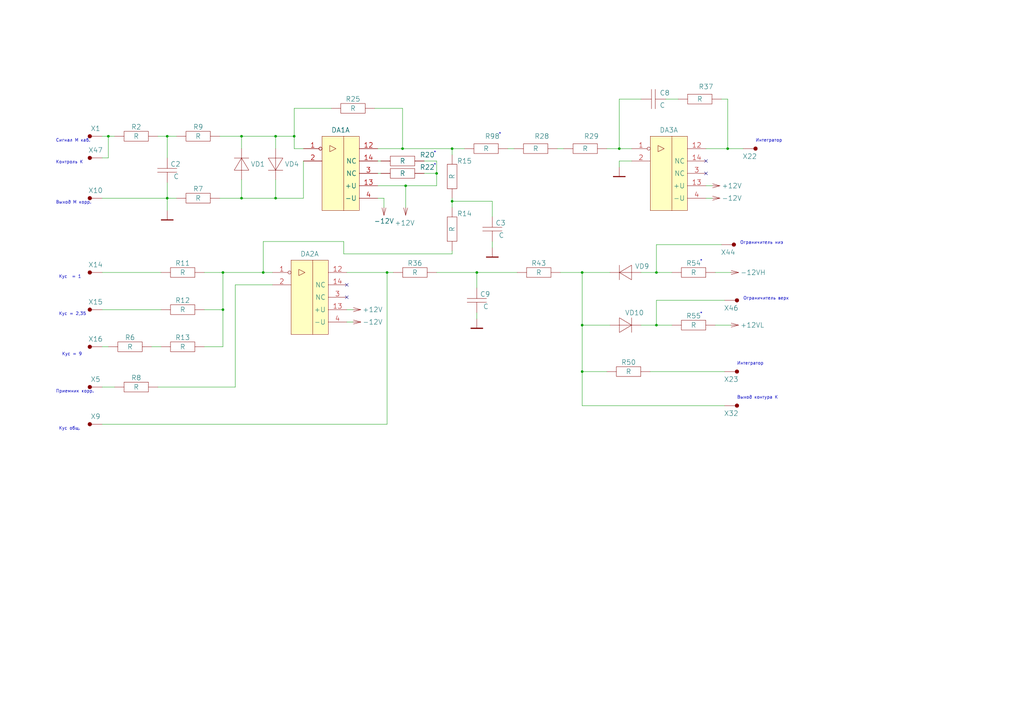
<source format=kicad_sch>
(kicad_sch (version 20231120) (generator "eeschema") (generator_version "8.0")
  (paper "A3")
  (title_block (title "ЭП-528 серия 2\\n\\nСхема электрическая принципиальная") (company "ОАО Казанский завод\\n\"Электроприбор\"") (comment 1 "6Ю2.039.003 Э3") (comment 2 "Хисамов") (comment 3 "Забегаев") (comment 4 "Шайхуллин"))
  (lib_symbols
    (symbol "Connector_Generic_GOST:CON" (pin_numbers hide) (pin_names (offset 0) hide)
      (property "Reference" "X" (at -6.35 2.54 0))
      (property "PIN" "NAME" (at -7.62 0 0))
      (symbol "CON_0_1"
        (circle (center -5.08 0) (radius 0.762) (fill (type outline)))
      )
      (symbol "CON_1_1"
        (pin passive line (at 0 0 180) (length 5.08) (name "~") (number "1"))
      )
    )
    (symbol "Device_GOST:C" (pin_numbers hide) (pin_names (offset 0) hide)
      (property "Reference" "C" (at 0.635 2.54 0))
      (property "Value" "Device_GOST_C" (at 0.635 -3.175 0))
      (symbol "C_0_1"
        (polyline (pts (xy -3.9878 -0.762) (xy 3.9878 -0.762)))
        (polyline (pts (xy -3.9878 0.762) (xy 3.9878 0.762)))
      )
      (symbol "C_1_1"
        (pin passive line (at 0 5.08 270) (length 4.318) (name "~") (number "1"))
        (pin passive line (at 0 -5.08 90) (length 4.318) (name "~") (number "2"))
      )
    )
    (symbol "Device_GOST:R" (pin_numbers hide) (pin_names (offset 0) hide)
      (property "Reference" "R" (at 0 3.81 0))
      (property "Value" "Device_GOST_R" (at 0 0 0))
      (symbol "R_0_1"
        (rectangle (start -5.0038 2.0066) (end 5.0038 -2.0066))
      )
      (symbol "R_1_1"
        (pin passive line (at -8.89 0 0) (length 3.8862) (name "~") (number "1"))
        (pin passive line (at 8.89 0 180) (length 3.8862) (name "~") (number "2"))
      )
    )
    (symbol "Device_GOST:VD" (pin_numbers hide) (pin_names (offset 0) hide)
      (property "Reference" "VD" (at 0 5.08 0))
      (symbol "VD_0_1"
        (polyline (pts (xy -2.54 0) (xy 2.54 0)))
        (polyline (pts (xy -2.4892 2.9972) (xy -2.4892 -2.9972)))
        (polyline (pts (xy -2.4892 0) (xy 2.4892 2.9972) (xy 2.4892 -2.9972) (xy -2.4892 0)))
      )
      (symbol "VD_1_1"
        (pin passive line (at -6.35 0 0) (length 3.81) (name "K") (number "1"))
        (pin passive line (at 6.35 0 180) (length 3.81) (name "A") (number "2"))
      )
    )
    (symbol "K8_Amplifier_Operational_GOST:140УД20" (pin_names (offset 1.016))
      (property "Reference" "DA" (at 15.24 7.62 0))
      (symbol "140УД20_0_1"
        (polyline (pts (xy 16.51 5.08) (xy 16.51 -25.4)))
        (polyline (pts (xy 10.795 1.27) (xy 10.795 -1.27) (xy 13.335 0) (xy 10.795 1.27)))
        (rectangle (start 22.86 5.08) (end 7.62 -25.4) (fill (type background)))
        (pin power_in line (at 30.48 -20.32 180) (length 7.62) (name "-U") (number "4"))
      )
      (symbol "140УД20_1_1"
        (pin input inverted (at 0 0 0) (length 7.62) (name "~") (number "1"))
        (pin output line (at 30.48 0 180) (length 7.62) (name "~") (number "12"))
        (pin power_in line (at 30.48 -15.24 180) (length 7.62) (name "+U") (number "13"))
        (pin input line (at 30.48 -5.08 180) (length 7.62) (name "NC") (number "14"))
        (pin input line (at 0 -5.08 0) (length 7.62) (name "~") (number "2"))
        (pin input line (at 30.48 -10.16 180) (length 7.62) (name "NC") (number "3"))
      )
      (symbol "140УД20_2_1"
        (pin output line (at 30.48 0 180) (length 7.62) (name "~") (number "10"))
        (pin input line (at 30.48 -10.16 180) (length 7.62) (name "NC") (number "5"))
        (pin input line (at 0 -5.08 0) (length 7.62) (name "~") (number "6"))
        (pin input inverted (at 0 0 0) (length 7.62) (name "~") (number "7"))
        (pin input line (at 30.48 -5.08 180) (length 7.62) (name "NC") (number "8"))
        (pin power_in line (at 30.48 -15.24 180) (length 7.62) (name "+U") (number "9"))
      )
    )
    (symbol "power_GOST:+12V" (power) (pin_numbers hide) (pin_names (offset 0) hide)
      (property "Value" "power_GOST_+12V" (at 0 5.08 0))
      (symbol "+12V_0_1"
        (polyline (pts (xy 0 3.175) (xy -0.8128 0.1778)))
        (polyline (pts (xy 0 3.175) (xy 0 0)))
        (polyline (pts (xy 0.8128 0.1778) (xy 0 3.175)))
      )
      (symbol "+12V_1_1"
        (pin power_in line (at 0 0 90) (length 0) hide (name "+12V") (number "1"))
      )
    )
    (symbol "power_GOST:+12VL" (power) (pin_numbers hide) (pin_names (offset 0) hide)
      (property "Value" "power_GOST_+12VL" (at 0 5.08 0))
      (symbol "+12VL_0_1"
        (polyline (pts (xy 0 3.175) (xy -0.8128 0.1778)))
        (polyline (pts (xy 0 3.175) (xy 0 0)))
        (polyline (pts (xy 0.8128 0.1778) (xy 0 3.175)))
      )
      (symbol "+12VL_1_1"
        (pin power_in line (at 0 0 90) (length 0) hide (name "+12VL") (number "1"))
      )
    )
    (symbol "power_GOST:-12V" (power) (pin_numbers hide) (pin_names (offset 0) hide)
      (property "Value" "power_GOST_-12V" (at 0 -5.08 0))
      (symbol "-12V_0_1"
        (polyline (pts (xy -0.8128 -0.1778) (xy 0 -3.175)))
        (polyline (pts (xy 0 -3.175) (xy 0 0)))
        (polyline (pts (xy 0 -3.175) (xy 0.8128 -0.1778)))
      )
      (symbol "-12V_1_1"
        (pin power_in line (at 0 0 270) (length 0) hide (name "-12V") (number "1"))
      )
    )
    (symbol "power_GOST:-12VH" (power) (pin_numbers hide) (pin_names (offset 0) hide)
      (property "Value" "power_GOST_-12VH" (at 0 -5.08 0))
      (symbol "-12VH_0_1"
        (polyline (pts (xy -0.8128 -0.1778) (xy 0 -3.175)))
        (polyline (pts (xy 0 -3.175) (xy 0 0)))
        (polyline (pts (xy 0 -3.175) (xy 0.8128 -0.1778)))
      )
      (symbol "-12VH_1_1"
        (pin power_in line (at 0 0 270) (length 0) hide (name "-12VH") (number "1"))
      )
    )
    (symbol "power_GOST:GND" (power) (pin_numbers hide) (pin_names (offset 0) hide)
      (symbol "GND_0_1"
        (rectangle (start -2.4892 -3.683) (end 2.4892 -3.9878) (fill (type outline)))
        (polyline (pts (xy 0 0) (xy 0 -3.81)))
      )
      (symbol "GND_1_1"
        (pin power_in line (at 0 0 270) (length 0) hide (name "GND") (number "1"))
      )
    )
  )
  (junction (at 107.95 111.76))
  (junction (at 185.42 60.96))
  (junction (at 238.76 133.35))
  (junction (at 120.65 55.88))
  (junction (at 68.58 81.28))
  (junction (at 185.42 82.55))
  (junction (at 238.76 111.76))
  (junction (at 99.06 55.88))
  (junction (at 269.24 111.76))
  (junction (at 113.03 81.28))
  (junction (at 238.76 152.4))
  (junction (at 44.45 55.88))
  (junction (at 179.07 71.12))
  (junction (at 254 60.96))
  (junction (at 99.06 81.28))
  (junction (at 195.58 111.76))
  (junction (at 91.44 127))
  (junction (at 68.58 55.88))
  (junction (at 166.37 76.2))
  (junction (at 158.75 111.76))
  (junction (at 91.44 111.76))
  (junction (at 298.45 60.96))
  (junction (at 165.1 60.96))
  (junction (at 113.03 55.88))
  (junction (at 269.24 133.35))
  (no_connect (at 289.56 71.12))
  (no_connect (at 289.56 66.04))
  (no_connect (at 142.24 116.84))
  (no_connect (at 142.24 121.92))
  (wire (pts (xy 297.18 166.37) (xy 238.76 166.37)))
  (wire (pts (xy 99.06 60.96) (xy 99.06 55.88)))
  (wire (pts (xy 185.42 102.87) (xy 185.42 104.14)))
  (wire (pts (xy 68.58 55.88) (xy 72.39 55.88)))
  (wire (pts (xy 68.58 64.77) (xy 68.58 55.88)))
  (wire (pts (xy 208.28 60.96) (xy 210.82 60.96)))
  (wire (pts (xy 113.03 55.88) (xy 120.65 55.88)))
  (wire (pts (xy 179.07 66.04) (xy 179.07 71.12)))
  (wire (pts (xy 166.37 76.2) (xy 179.07 76.2)))
  (wire (pts (xy 68.58 74.93) (xy 68.58 81.28)))
  (wire (pts (xy 190.5 60.96) (xy 185.42 60.96)))
  (wire (pts (xy 96.52 116.84) (xy 111.76 116.84)))
  (wire (pts (xy 68.58 86.36) (xy 68.58 81.28)))
  (wire (pts (xy 289.56 76.2) (xy 292.1 76.2)))
  (wire (pts (xy 41.91 142.24) (xy 44.45 142.24)))
  (wire (pts (xy 83.82 111.76) (xy 91.44 111.76)))
  (wire (pts (xy 185.42 81.28) (xy 185.42 82.55)))
  (wire (pts (xy 166.37 76.2) (xy 166.37 85.09)))
  (wire (pts (xy 41.91 111.76) (xy 66.04 111.76)))
  (wire (pts (xy 99.06 81.28) (xy 113.03 81.28)))
  (wire (pts (xy 41.91 127) (xy 66.04 127)))
  (wire (pts (xy 195.58 111.76) (xy 179.07 111.76)))
  (wire (pts (xy 124.46 81.28) (xy 124.46 66.04)))
  (wire (pts (xy 238.76 133.35) (xy 238.76 111.76)))
  (wire (pts (xy 185.42 60.96) (xy 185.42 63.5)))
  (wire (pts (xy 154.94 81.28) (xy 157.48 81.28)))
  (wire (pts (xy 293.37 133.35) (xy 299.72 133.35)))
  (wire (pts (xy 91.44 111.76) (xy 91.44 127)))
  (wire (pts (xy 156.21 71.12) (xy 154.94 71.12)))
  (wire (pts (xy 173.99 66.04) (xy 179.07 66.04)))
  (wire (pts (xy 142.24 111.76) (xy 158.75 111.76)))
  (wire (pts (xy 154.94 76.2) (xy 166.37 76.2)))
  (wire (pts (xy 90.17 81.28) (xy 99.06 81.28)))
  (wire (pts (xy 262.89 111.76) (xy 269.24 111.76)))
  (wire (pts (xy 254 66.04) (xy 259.08 66.04)))
  (wire (pts (xy 96.52 158.75) (xy 96.52 116.84)))
  (wire (pts (xy 269.24 111.76) (xy 275.59 111.76)))
  (wire (pts (xy 91.44 111.76) (xy 107.95 111.76)))
  (wire (pts (xy 201.93 101.6) (xy 201.93 99.06)))
  (wire (pts (xy 195.58 130.81) (xy 195.58 128.27)))
  (wire (pts (xy 64.77 55.88) (xy 68.58 55.88)))
  (wire (pts (xy 120.65 55.88) (xy 120.65 60.96)))
  (wire (pts (xy 113.03 73.66) (xy 113.03 81.28)))
  (wire (pts (xy 298.45 60.96) (xy 289.56 60.96)))
  (wire (pts (xy 269.24 100.33) (xy 269.24 111.76)))
  (wire (pts (xy 165.1 44.45) (xy 153.67 44.45)))
  (wire (pts (xy 254 40.64) (xy 254 60.96)))
  (wire (pts (xy 161.29 111.76) (xy 158.75 111.76)))
  (wire (pts (xy 238.76 166.37) (xy 238.76 152.4)))
  (wire (pts (xy 140.97 104.14) (xy 140.97 99.06)))
  (wire (pts (xy 262.89 133.35) (xy 269.24 133.35)))
  (wire (pts (xy 238.76 152.4) (xy 238.76 133.35)))
  (wire (pts (xy 154.94 66.04) (xy 156.21 66.04)))
  (wire (pts (xy 228.6 60.96) (xy 231.14 60.96)))
  (wire (pts (xy 91.44 142.24) (xy 83.82 142.24)))
  (wire (pts (xy 269.24 133.35) (xy 275.59 133.35)))
  (wire (pts (xy 165.1 60.96) (xy 165.1 44.45)))
  (wire (pts (xy 269.24 123.19) (xy 269.24 133.35)))
  (wire (pts (xy 41.91 158.75) (xy 46.99 158.75)))
  (wire (pts (xy 201.93 82.55) (xy 185.42 82.55)))
  (wire (pts (xy 41.91 81.28) (xy 68.58 81.28)))
  (wire (pts (xy 254 60.96) (xy 259.08 60.96)))
  (wire (pts (xy 44.45 64.77) (xy 44.45 55.88)))
  (wire (pts (xy 99.06 55.88) (xy 113.03 55.88)))
  (wire (pts (xy 142.24 127) (xy 144.78 127)))
  (wire (pts (xy 179.07 71.12) (xy 173.99 71.12)))
  (wire (pts (xy 195.58 118.11) (xy 195.58 111.76)))
  (wire (pts (xy 62.23 142.24) (xy 66.04 142.24)))
  (wire (pts (xy 113.03 81.28) (xy 124.46 81.28)))
  (wire (pts (xy 298.45 40.64) (xy 298.45 60.96)))
  (wire (pts (xy 91.44 127) (xy 91.44 142.24)))
  (wire (pts (xy 229.87 111.76) (xy 238.76 111.76)))
  (wire (pts (xy 157.48 81.28) (xy 157.48 85.09)))
  (wire (pts (xy 269.24 100.33) (xy 295.91 100.33)))
  (wire (pts (xy 201.93 88.9) (xy 201.93 82.55)))
  (wire (pts (xy 195.58 111.76) (xy 212.09 111.76)))
  (wire (pts (xy 68.58 81.28) (xy 72.39 81.28)))
  (wire (pts (xy 142.24 132.08) (xy 144.78 132.08)))
  (wire (pts (xy 262.89 40.64) (xy 254 40.64)))
  (wire (pts (xy 90.17 55.88) (xy 99.06 55.88)))
  (wire (pts (xy 179.07 76.2) (xy 179.07 71.12)))
  (wire (pts (xy 298.45 60.96) (xy 304.8 60.96)))
  (wire (pts (xy 250.19 133.35) (xy 238.76 133.35)))
  (wire (pts (xy 254 60.96) (xy 248.92 60.96)))
  (wire (pts (xy 99.06 73.66) (xy 99.06 81.28)))
  (wire (pts (xy 248.92 152.4) (xy 238.76 152.4)))
  (wire (pts (xy 254 68.58) (xy 254 66.04)))
  (wire (pts (xy 185.42 104.14) (xy 140.97 104.14)))
  (wire (pts (xy 185.42 82.55) (xy 185.42 85.09)))
  (wire (pts (xy 165.1 60.96) (xy 185.42 60.96)))
  (wire (pts (xy 266.7 152.4) (xy 297.18 152.4)))
  (wire (pts (xy 41.91 55.88) (xy 44.45 55.88)))
  (wire (pts (xy 140.97 99.06) (xy 107.95 99.06)))
  (wire (pts (xy 135.89 44.45) (xy 120.65 44.45)))
  (wire (pts (xy 120.65 44.45) (xy 120.65 55.88)))
  (wire (pts (xy 158.75 173.99) (xy 158.75 111.76)))
  (wire (pts (xy 289.56 81.28) (xy 292.1 81.28)))
  (wire (pts (xy 83.82 127) (xy 91.44 127)))
  (wire (pts (xy 295.91 40.64) (xy 298.45 40.64)))
  (wire (pts (xy 44.45 55.88) (xy 46.99 55.88)))
  (wire (pts (xy 107.95 99.06) (xy 107.95 111.76)))
  (wire (pts (xy 297.18 123.19) (xy 269.24 123.19)))
  (wire (pts (xy 107.95 111.76) (xy 111.76 111.76)))
  (wire (pts (xy 41.91 64.77) (xy 44.45 64.77)))
  (wire (pts (xy 64.77 158.75) (xy 96.52 158.75)))
  (wire (pts (xy 293.37 111.76) (xy 299.72 111.76)))
  (wire (pts (xy 273.05 40.64) (xy 278.13 40.64)))
  (wire (pts (xy 41.91 173.99) (xy 158.75 173.99)))
  (wire (pts (xy 238.76 111.76) (xy 250.19 111.76)))
  (wire (pts (xy 113.03 60.96) (xy 113.03 55.88)))
  (wire (pts (xy 120.65 60.96) (xy 124.46 60.96)))
  (wire (pts (xy 154.94 60.96) (xy 165.1 60.96)))
  (text "Интегратор" (at 309.88 58.42 0) (effects (font (size 1.27 1.27)) (justify left bottom)))
  (text "*" (at 287.02 129.54 0) (effects (font (size 1.27 1.27)) (justify left bottom)))
  (text "Приемник корр." (at 22.86 161.29 0) (effects (font (size 1.27 1.27)) (justify left bottom)))
  (text "Кус = 9" (at 25.4 146.05 0) (effects (font (size 1.27 1.27)) (justify left bottom)))
  (text "Кус = 2,35" (at 24.13 129.54 0) (effects (font (size 1.27 1.27)) (justify left bottom)))
  (text "Сигнал М каб." (at 22.86 58.42 0) (effects (font (size 1.27 1.27)) (justify left bottom)))
  (text "*" (at 204.47 55.88 0) (effects (font (size 1.27 1.27)) (justify left bottom)))
  (text "Ограничитель верх" (at 304.8 123.19 0) (effects (font (size 1.27 1.27)) (justify left bottom)))
  (text "Ограничитель низ" (at 303.53 100.33 0) (effects (font (size 1.27 1.27)) (justify left bottom)))
  (text "*" (at 287.02 107.95 0) (effects (font (size 1.27 1.27)) (justify left bottom)))
  (text "Интегратор" (at 302.26 149.86 0) (effects (font (size 1.27 1.27)) (justify left bottom)))
  (text "Кус  = 1" (at 24.13 114.3 0) (effects (font (size 1.27 1.27)) (justify left bottom)))
  (text "Выход М корр." (at 22.86 83.82 0) (effects (font (size 1.27 1.27)) (justify left bottom)))
  (text "Выход контура К" (at 302.26 163.83 0) (effects (font (size 1.27 1.27)) (justify left bottom)))
  (text "*" (at 177.8 68.58 0) (effects (font (size 1.27 1.27)) (justify left bottom)))
  (text "Контроль К" (at 22.86 67.31 0) (effects (font (size 1.27 1.27)) (justify left bottom)))
  (text "*" (at 177.8 63.5 0) (effects (font (size 1.27 1.27)) (justify left bottom)))
  (text "Кус общ." (at 24.13 176.53 0) (effects (font (size 1.27 1.27)) (justify left bottom)))
  (symbol (lib_id "power_GOST:GND") (at 68.58 86.36 0) (unit 1)
    (property "Reference" "#PWR?" (effects (hide yes)))
    (property "Value" "GND" (effects (hide yes)))
  )
  (symbol (lib_id "power_GOST:GND") (at 201.93 101.6 0) (unit 1)
    (property "Reference" "#PWR?" (effects (hide yes)))
    (property "Value" "GND" (effects (hide yes)))
  )
  (symbol (lib_id "Device_GOST:R") (at 199.39 60.96 0) (unit 1)
    (property "Reference" "R98" (at 201.93 55.88 0) (effects (font (size 2.0066 2.0066))))
    (property "Value" "R" (at 199.39 60.96 0) (effects (font (size 2.0066 2.0066))))
  )
  (symbol (lib_id "Device_GOST:R") (at 219.71 60.96 0) (unit 1)
    (property "Reference" "R28" (at 222.25 55.88 0) (effects (font (size 2.0066 2.0066))))
    (property "Value" "R" (at 219.71 60.96 0) (effects (font (size 2.0066 2.0066))))
  )
  (symbol (lib_id "Device_GOST:R") (at 240.03 60.96 0) (unit 1)
    (property "Reference" "R29" (at 242.57 55.88 0) (effects (font (size 2.0066 2.0066))))
    (property "Value" "R" (at 240.03 60.96 0) (effects (font (size 2.0066 2.0066))))
  )
  (symbol (lib_id "power_GOST:GND") (at 254 68.58 0) (unit 1)
    (property "Reference" "#PWR?" (effects (hide yes)))
    (property "Value" "GND" (effects (hide yes)))
  )
  (symbol (lib_id "Connector_Generic_GOST:CON") (at 304.8 60.96 180) (unit 1)
    (property "Reference" "X22" (at 307.5178 64.135 0) (effects (font (size 2.0066 2.0066))))
    (property "Value" "CON" (effects (hide yes)))
    (property "PIN" "NAME" (effects (hide yes)))
  )
  (symbol (lib_id "Device_GOST:R") (at 170.18 111.76 0) (unit 1)
    (property "Reference" "R36" (at 170.18 107.95 0) (effects (font (size 2.0066 2.0066))))
    (property "Value" "R" (at 170.18 111.76 0) (effects (font (size 2.0066 2.0066))))
  )
  (symbol (lib_id "Device_GOST:C") (at 195.58 123.19 0) (unit 1)
    (property "Reference" "C9" (at 196.85 120.65 0) (effects (font (size 2.0066 2.0066)) (justify left)))
    (property "Value" "C" (at 198.12 125.73 0) (effects (font (size 2.0066 2.0066)) (justify left)))
  )
  (symbol (lib_id "power_GOST:GND") (at 195.58 130.81 0) (unit 1)
    (property "Reference" "#PWR?" (effects (hide yes)))
    (property "Value" "GND" (effects (hide yes)))
  )
  (symbol (lib_id "Device_GOST:VD") (at 256.54 133.35 180) (unit 1)
    (property "Reference" "VD10" (at 264.16 128.27 0) (effects (font (size 2.0066 2.0066)) (justify left)))
    (property "Value" "VD" (effects (hide yes)))
  )
  (symbol (lib_id "Device_GOST:VD") (at 256.54 111.76 0) (unit 1)
    (property "Reference" "VD9" (at 260.35 109.22 0) (effects (font (size 2.0066 2.0066)) (justify left)))
    (property "Value" "VD" (effects (hide yes)))
  )
  (symbol (lib_id "Device_GOST:R") (at 220.98 111.76 0) (unit 1)
    (property "Reference" "R43" (at 220.98 107.95 0) (effects (font (size 2.0066 2.0066))))
    (property "Value" "R" (at 220.98 111.76 0) (effects (font (size 2.0066 2.0066))))
  )
  (symbol (lib_id "Device_GOST:R") (at 284.48 111.76 0) (unit 1)
    (property "Reference" "R54" (at 284.48 107.95 0) (effects (font (size 2.0066 2.0066))))
    (property "Value" "R" (at 284.48 111.76 0) (effects (font (size 2.0066 2.0066))))
  )
  (symbol (lib_id "Device_GOST:R") (at 284.48 133.35 0) (unit 1)
    (property "Reference" "R55" (at 284.48 129.54 0) (effects (font (size 2.0066 2.0066))))
    (property "Value" "R" (at 284.48 133.35 0) (effects (font (size 2.0066 2.0066))))
  )
  (symbol (lib_id "Device_GOST:R") (at 257.81 152.4 0) (unit 1)
    (property "Reference" "R50" (at 257.81 148.59 0) (effects (font (size 2.0066 2.0066))))
    (property "Value" "R" (at 257.81 152.4 0) (effects (font (size 2.0066 2.0066))))
  )
  (symbol (lib_id "Device_GOST:C") (at 267.97 40.64 270) (unit 1)
    (property "Reference" "C8" (at 270.51 38.1 90) (effects (font (size 2.0066 2.0066)) (justify left)))
    (property "Value" "C" (at 270.51 43.18 90) (effects (font (size 2.0066 2.0066)) (justify left)))
  )
  (symbol (lib_id "Device_GOST:R") (at 287.02 40.64 0) (unit 1)
    (property "Reference" "R37" (at 289.56 35.56 0) (effects (font (size 2.0066 2.0066))))
    (property "Value" "R" (at 287.02 40.64 0) (effects (font (size 2.0066 2.0066))))
  )
  (symbol (lib_id "Device_GOST:R") (at 55.88 55.88 0) (unit 1)
    (property "Reference" "R2" (at 55.88 52.07 0) (effects (font (size 2.0066 2.0066))))
    (property "Value" "R" (at 55.88 55.88 0) (effects (font (size 2.0066 2.0066))))
  )
  (symbol (lib_id "power_GOST:+12V") (at 166.37 85.09 180) (unit 1)
    (property "Reference" "#PWR?" (effects (hide yes)))
    (property "Value" "+12V" (at 170.18 91.44 0) (effects (font (size 2.0066 2.0066)) (justify left)))
  )
  (symbol (lib_id "Device_GOST:R") (at 81.28 55.88 0) (unit 1)
    (property "Reference" "R9" (at 81.28 52.07 0) (effects (font (size 2.0066 2.0066))))
    (property "Value" "R" (at 81.28 55.88 0) (effects (font (size 2.0066 2.0066))))
  )
  (symbol (lib_id "power_GOST:-12V") (at 157.48 85.09 0) (unit 1)
    (property "Reference" "#PWR?" (effects (hide yes)))
    (property "Value" "-12V" (at 157.48 90.678 0) (effects (font (size 2.0066 2.0066))))
  )
  (symbol (lib_id "Device_GOST:C") (at 68.58 69.85 0) (unit 1)
    (property "Reference" "C2" (at 69.85 67.31 0) (effects (font (size 2.0066 2.0066)) (justify left)))
    (property "Value" "C" (at 71.12 72.39 0) (effects (font (size 2.0066 2.0066)) (justify left)))
  )
  (symbol (lib_id "Device_GOST:R") (at 81.28 81.28 0) (unit 1)
    (property "Reference" "R7" (at 81.28 77.47 0) (effects (font (size 2.0066 2.0066))))
    (property "Value" "R" (at 81.28 81.28 0) (effects (font (size 2.0066 2.0066))))
  )
  (symbol (lib_id "Device_GOST:VD") (at 99.06 67.31 270) (unit 1)
    (property "Reference" "VD1" (at 102.7684 67.31 90) (effects (font (size 2.0066 2.0066)) (justify left)))
    (property "Value" "VD" (effects (hide yes)))
  )
  (symbol (lib_id "Device_GOST:VD") (at 113.03 67.31 90) (unit 1)
    (property "Reference" "VD4" (at 116.7384 67.31 90) (effects (font (size 2.0066 2.0066)) (justify right)))
    (property "Value" "VD" (effects (hide yes)))
  )
  (symbol (lib_id "Device_GOST:R") (at 144.78 44.45 0) (unit 1)
    (property "Reference" "R25" (at 144.78 40.64 0) (effects (font (size 2.0066 2.0066))))
    (property "Value" "R" (at 144.78 44.45 0) (effects (font (size 2.0066 2.0066))))
  )
  (symbol (lib_id "Device_GOST:R") (at 74.93 111.76 0) (unit 1)
    (property "Reference" "R11" (at 74.93 107.95 0) (effects (font (size 2.0066 2.0066))))
    (property "Value" "R" (at 74.93 111.76 0) (effects (font (size 2.0066 2.0066))))
  )
  (symbol (lib_id "Device_GOST:R") (at 74.93 127 0) (unit 1)
    (property "Reference" "R12" (at 74.93 123.19 0) (effects (font (size 2.0066 2.0066))))
    (property "Value" "R" (at 74.93 127 0) (effects (font (size 2.0066 2.0066))))
  )
  (symbol (lib_id "Device_GOST:R") (at 74.93 142.24 0) (unit 1)
    (property "Reference" "R13" (at 74.93 138.43 0) (effects (font (size 2.0066 2.0066))))
    (property "Value" "R" (at 74.93 142.24 0) (effects (font (size 2.0066 2.0066))))
  )
  (symbol (lib_id "Device_GOST:R") (at 55.88 158.75 0) (unit 1)
    (property "Reference" "R8" (at 55.88 154.94 0) (effects (font (size 2.0066 2.0066))))
    (property "Value" "R" (at 55.88 158.75 0) (effects (font (size 2.0066 2.0066))))
  )
  (symbol (lib_id "Connector_Generic_GOST:CON") (at 41.91 55.88 0) (unit 1)
    (property "Reference" "X1" (at 39.1922 52.705 0) (effects (font (size 2.0066 2.0066))))
    (property "Value" "CON" (effects (hide yes)))
    (property "PIN" "NAME" (effects (hide yes)))
  )
  (symbol (lib_id "Connector_Generic_GOST:CON") (at 41.91 81.28 0) (unit 1)
    (property "Reference" "X10" (at 39.1922 78.105 0) (effects (font (size 2.0066 2.0066))))
    (property "Value" "CON" (effects (hide yes)))
    (property "PIN" "NAME" (effects (hide yes)))
  )
  (symbol (lib_id "Connector_Generic_GOST:CON") (at 41.91 111.76 0) (unit 1)
    (property "Reference" "X14" (at 39.1922 108.585 0) (effects (font (size 2.0066 2.0066))))
    (property "Value" "CON" (effects (hide yes)))
    (property "PIN" "NAME" (effects (hide yes)))
  )
  (symbol (lib_id "Connector_Generic_GOST:CON") (at 41.91 127 0) (unit 1)
    (property "Reference" "X15" (at 39.1922 123.825 0) (effects (font (size 2.0066 2.0066))))
    (property "Value" "CON" (effects (hide yes)))
    (property "PIN" "NAME" (effects (hide yes)))
  )
  (symbol (lib_id "Connector_Generic_GOST:CON") (at 41.91 142.24 0) (unit 1)
    (property "Reference" "X16" (at 39.1922 139.065 0) (effects (font (size 2.0066 2.0066))))
    (property "Value" "CON" (effects (hide yes)))
    (property "PIN" "NAME" (effects (hide yes)))
  )
  (symbol (lib_id "power_GOST:+12V") (at 144.78 127 270) (unit 1)
    (property "Reference" "#PWR?" (effects (hide yes)))
    (property "Value" "+12V" (at 148.6408 127 90) (effects (font (size 2.0066 2.0066)) (justify left)))
  )
  (symbol (lib_id "power_GOST:-12V") (at 144.78 132.08 90) (unit 1)
    (property "Reference" "#PWR?" (effects (hide yes)))
    (property "Value" "-12V" (at 148.6408 132.08 90) (effects (font (size 2.0066 2.0066)) (justify right)))
  )
  (symbol (lib_id "Connector_Generic_GOST:CON") (at 41.91 158.75 0) (unit 1)
    (property "Reference" "X5" (at 39.1922 155.575 0) (effects (font (size 2.0066 2.0066))))
    (property "Value" "CON" (effects (hide yes)))
    (property "PIN" "NAME" (effects (hide yes)))
  )
  (symbol (lib_id "Connector_Generic_GOST:CON") (at 41.91 173.99 0) (unit 1)
    (property "Reference" "X9" (at 39.1922 170.815 0) (effects (font (size 2.0066 2.0066))))
    (property "Value" "CON" (effects (hide yes)))
    (property "PIN" "NAME" (effects (hide yes)))
  )
  (symbol (lib_id "power_GOST:+12V") (at 292.1 76.2 270) (unit 1)
    (property "Reference" "#PWR?" (effects (hide yes)))
    (property "Value" "+12V" (at 295.9608 76.2 90) (effects (font (size 2.0066 2.0066)) (justify left)))
  )
  (symbol (lib_id "power_GOST:-12V") (at 292.1 81.28 90) (unit 1)
    (property "Reference" "#PWR?" (effects (hide yes)))
    (property "Value" "-12V" (at 295.9608 81.28 90) (effects (font (size 2.0066 2.0066)) (justify right)))
  )
  (symbol (lib_id "Connector_Generic_GOST:CON") (at 295.91 100.33 180) (unit 1)
    (property "Reference" "X44" (at 298.6278 103.505 0) (effects (font (size 2.0066 2.0066))))
    (property "Value" "CON" (effects (hide yes)))
    (property "PIN" "NAME" (effects (hide yes)))
  )
  (symbol (lib_id "Device_GOST:R") (at 185.42 72.39 270) (unit 1)
    (property "Reference" "R15" (at 190.5 66.04 90) (effects (font (size 2.0066 2.0066))))
    (property "Value" "R" (at 185.42 72.39 0) (effects (font (size 2.0066 2.0066))))
  )
  (symbol (lib_id "Connector_Generic_GOST:CON") (at 297.18 123.19 180) (unit 1)
    (property "Reference" "X46" (at 299.8978 126.365 0) (effects (font (size 2.0066 2.0066))))
    (property "Value" "CON" (effects (hide yes)))
    (property "PIN" "NAME" (effects (hide yes)))
  )
  (symbol (lib_id "Device_GOST:R") (at 185.42 93.98 270) (unit 1)
    (property "Reference" "R14" (at 190.5 87.63 90) (effects (font (size 2.0066 2.0066))))
    (property "Value" "R" (at 185.42 93.98 0) (effects (font (size 2.0066 2.0066))))
  )
  (symbol (lib_id "Device_GOST:C") (at 201.93 93.98 0) (unit 1)
    (property "Reference" "C3" (at 203.2 91.44 0) (effects (font (size 2.0066 2.0066)) (justify left)))
    (property "Value" "C" (at 204.47 96.52 0) (effects (font (size 2.0066 2.0066)) (justify left)))
  )
  (symbol (lib_id "power_GOST:-12VH") (at 299.72 111.76 90) (unit 1)
    (property "Reference" "#PWR?" (effects (hide yes)))
    (property "Value" "-12VH" (at 303.6062 111.76 90) (effects (font (size 2.0066 2.0066)) (justify right)))
  )
  (symbol (lib_id "power_GOST:+12VL") (at 299.72 133.35 270) (unit 1)
    (property "Reference" "#PWR?" (effects (hide yes)))
    (property "Value" "+12VL" (at 303.5808 133.35 90) (effects (font (size 2.0066 2.0066)) (justify left)))
  )
  (symbol (lib_id "Connector_Generic_GOST:CON") (at 297.18 152.4 180) (unit 1)
    (property "Reference" "X23" (at 299.8978 155.575 0) (effects (font (size 2.0066 2.0066))))
    (property "Value" "CON" (effects (hide yes)))
    (property "PIN" "NAME" (effects (hide yes)))
  )
  (symbol (lib_id "Device_GOST:R") (at 165.1 66.04 0) (unit 1)
    (property "Reference" "R20" (at 175.26 63.5 0) (effects (font (size 2.0066 2.0066))))
    (property "Value" "R" (at 165.1 66.04 0) (effects (font (size 2.0066 2.0066))))
  )
  (symbol (lib_id "Device_GOST:R") (at 165.1 71.12 0) (unit 1)
    (property "Reference" "R22" (at 175.26 68.58 0) (effects (font (size 2.0066 2.0066))))
    (property "Value" "R" (at 165.1 71.12 0) (effects (font (size 2.0066 2.0066))))
  )
  (symbol (lib_id "Connector_Generic_GOST:CON") (at 297.18 166.37 180) (unit 1)
    (property "Reference" "X32" (at 299.8978 169.545 0) (effects (font (size 2.0066 2.0066))))
    (property "Value" "CON" (effects (hide yes)))
    (property "PIN" "NAME" (effects (hide yes)))
  )
  (symbol (lib_id "Connector_Generic_GOST:CON") (at 41.91 64.77 0) (unit 1)
    (property "Reference" "X47" (at 39.1922 61.595 0) (effects (font (size 2.0066 2.0066))))
    (property "Value" "CON" (effects (hide yes)))
    (property "PIN" "NAME" (effects (hide yes)))
  )
  (symbol (lib_id "Device_GOST:R") (at 53.34 142.24 0) (unit 1)
    (property "Reference" "R6" (at 53.34 138.43 0) (effects (font (size 2.0066 2.0066))))
    (property "Value" "R" (at 53.34 142.24 0) (effects (font (size 2.0066 2.0066))))
  )
  (symbol (lib_id "K8_Amplifier_Operational_GOST:140УД20") (at 111.76 111.76 0) (unit 1)
    (property "Reference" "DA2" (at 127 104.14 0) (effects (font (size 2.0066 2.0066))))
    (property "Value" "140УД20" (effects (hide yes)))
    (property "Footprint" "K8_Package_CDFP_RU:401.14-5" (effects (hide yes)))
    (property "Datasheet" "http://www.voshod-krlz.ru/files/datasheets/140UD20.pdf" (effects (hide yes)))
    (property "Группа" "Микросхемы" (effects (hide yes)))
    (property "Стандарт" "АЕЯР.431130.171-04ТУ" (effects (hide yes)))
  )
  (symbol (lib_id "K8_Amplifier_Operational_GOST:140УД20") (at 124.46 60.96 0) (unit 1)
    (property "Reference" "DA1" (at 139.7 53.34 0) (effects (font (size 2.0066 2.0066))))
    (property "Value" "140УД20" (effects (hide yes)))
    (property "Footprint" "K8_Package_CDFP_RU:401.14-5" (effects (hide yes)))
    (property "Datasheet" "http://www.voshod-krlz.ru/files/datasheets/140UD20.pdf" (effects (hide yes)))
    (property "Группа" "Микросхемы" (effects (hide yes)))
    (property "Стандарт" "АЕЯР.431130.171-04ТУ" (effects (hide yes)))
  )
  (symbol (lib_id "K8_Amplifier_Operational_GOST:140УД20") (at 259.08 60.96 0) (unit 1)
    (property "Reference" "DA3" (at 274.32 53.34 0) (effects (font (size 2.0066 2.0066))))
    (property "Value" "140УД20" (effects (hide yes)))
    (property "Footprint" "K8_Package_CDFP_RU:401.14-5" (effects (hide yes)))
    (property "Datasheet" "http://www.voshod-krlz.ru/files/datasheets/140UD20.pdf" (effects (hide yes)))
    (property "Группа" "Микросхемы" (effects (hide yes)))
    (property "Стандарт" "АЕЯР.431130.171-04ТУ" (effects (hide yes)))
  )
  (sheet (at 438.15 20.32) (size 62.23 29.21)
    (property "Sheetname" "upr" (at 438.15 19.6084 0) (effects (justify left bottom)))
    (property "Sheetfile" "upr.kicad_sch" (at 438.15 50.1146 0) (effects (justify left top)))
  )
  (sheet (at 464.82 82.55) (size 33.02 21.59)
    (property "Sheetname" "Pit" (at 464.82 81.8384 0) (effects (justify left bottom)))
    (property "Sheetfile" "Pit.kicad_sch" (at 464.82 104.7246 0) (effects (justify left top)))
  )
)
</source>
